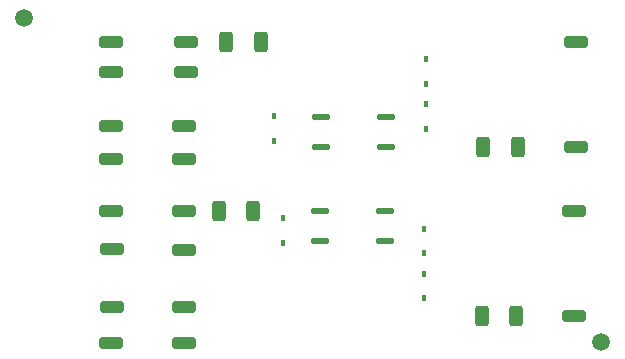
<source format=gts>
%TF.GenerationSoftware,KiCad,Pcbnew,(6.0.0)*%
%TF.CreationDate,2022-01-10T14:57:04+03:00*%
%TF.ProjectId,ModuleControl,4d6f6475-6c65-4436-9f6e-74726f6c2e6b,rev?*%
%TF.SameCoordinates,Original*%
%TF.FileFunction,Soldermask,Top*%
%TF.FilePolarity,Negative*%
%FSLAX46Y46*%
G04 Gerber Fmt 4.6, Leading zero omitted, Abs format (unit mm)*
G04 Created by KiCad (PCBNEW (6.0.0)) date 2022-01-10 14:57:04*
%MOMM*%
%LPD*%
G01*
G04 APERTURE LIST*
G04 Aperture macros list*
%AMRoundRect*
0 Rectangle with rounded corners*
0 $1 Rounding radius*
0 $2 $3 $4 $5 $6 $7 $8 $9 X,Y pos of 4 corners*
0 Add a 4 corners polygon primitive as box body*
4,1,4,$2,$3,$4,$5,$6,$7,$8,$9,$2,$3,0*
0 Add four circle primitives for the rounded corners*
1,1,$1+$1,$2,$3*
1,1,$1+$1,$4,$5*
1,1,$1+$1,$6,$7*
1,1,$1+$1,$8,$9*
0 Add four rect primitives between the rounded corners*
20,1,$1+$1,$2,$3,$4,$5,0*
20,1,$1+$1,$4,$5,$6,$7,0*
20,1,$1+$1,$6,$7,$8,$9,0*
20,1,$1+$1,$8,$9,$2,$3,0*%
G04 Aperture macros list end*
%ADD10C,1.500000*%
%ADD11RoundRect,0.250000X0.750000X-0.250000X0.750000X0.250000X-0.750000X0.250000X-0.750000X-0.250000X0*%
%ADD12R,0.450000X0.600000*%
%ADD13RoundRect,0.137500X-0.587500X-0.137500X0.587500X-0.137500X0.587500X0.137500X-0.587500X0.137500X0*%
%ADD14RoundRect,0.249998X-0.312502X-0.625002X0.312502X-0.625002X0.312502X0.625002X-0.312502X0.625002X0*%
G04 APERTURE END LIST*
D10*
%TO.C,REF\u002A\u002A*%
X172339000Y-87630000D03*
%TD*%
%TO.C,REF\u002A\u002A*%
X123444000Y-60198000D03*
%TD*%
D11*
%TO.C,H14*%
X137029000Y-84709000D03*
%TD*%
%TO.C,H10*%
X137160000Y-64770000D03*
%TD*%
D12*
%TO.C,D2*%
X144653000Y-70646000D03*
X144653000Y-68546000D03*
%TD*%
%TO.C,D1*%
X145411000Y-79282000D03*
X145411000Y-77182000D03*
%TD*%
D11*
%TO.C,H20*%
X170049000Y-85471000D03*
%TD*%
%TO.C,H19*%
X170049000Y-76581000D03*
%TD*%
%TO.C,H18*%
X170180000Y-71120000D03*
%TD*%
%TO.C,H17*%
X170180000Y-62230000D03*
%TD*%
%TO.C,H16*%
X137029000Y-87757000D03*
%TD*%
%TO.C,H15*%
X137029000Y-79883000D03*
%TD*%
%TO.C,H13*%
X137029000Y-76581000D03*
%TD*%
%TO.C,H12*%
X137033000Y-72136000D03*
%TD*%
%TO.C,H11*%
X137033000Y-69342000D03*
%TD*%
%TO.C,H9*%
X137160000Y-62230000D03*
%TD*%
%TO.C,H8*%
X130806000Y-87757000D03*
%TD*%
%TO.C,H7*%
X130933000Y-84709000D03*
%TD*%
%TO.C,H6*%
X130933000Y-79756000D03*
%TD*%
%TO.C,H5*%
X130806000Y-76581000D03*
%TD*%
%TO.C,H4*%
X130810000Y-72136000D03*
%TD*%
%TO.C,H3*%
X130810000Y-69342000D03*
%TD*%
%TO.C,H2*%
X130810000Y-64770000D03*
%TD*%
%TO.C,H1*%
X130810000Y-62230000D03*
%TD*%
D13*
%TO.C,U1*%
X154003000Y-76581000D03*
X154003000Y-79121000D03*
X148503000Y-79121000D03*
X148503000Y-76581000D03*
%TD*%
%TO.C,U2*%
X154134000Y-68580000D03*
X154134000Y-71120000D03*
X148634000Y-71120000D03*
X148634000Y-68580000D03*
%TD*%
D14*
%TO.C,R1*%
X142875000Y-76581000D03*
X139950000Y-76581000D03*
%TD*%
%TO.C,R2*%
X143510000Y-62230000D03*
X140585000Y-62230000D03*
%TD*%
%TO.C,F1*%
X165161500Y-85471000D03*
X162236500Y-85471000D03*
%TD*%
%TO.C,F2*%
X165292500Y-71120000D03*
X162367500Y-71120000D03*
%TD*%
D12*
%TO.C,D4*%
X157349000Y-81881000D03*
X157349000Y-83981000D03*
%TD*%
%TO.C,D3*%
X157349000Y-80171000D03*
X157349000Y-78071000D03*
%TD*%
%TO.C,D6*%
X157480000Y-69630000D03*
X157480000Y-67530000D03*
%TD*%
%TO.C,D5*%
X157480000Y-63720000D03*
X157480000Y-65820000D03*
%TD*%
M02*

</source>
